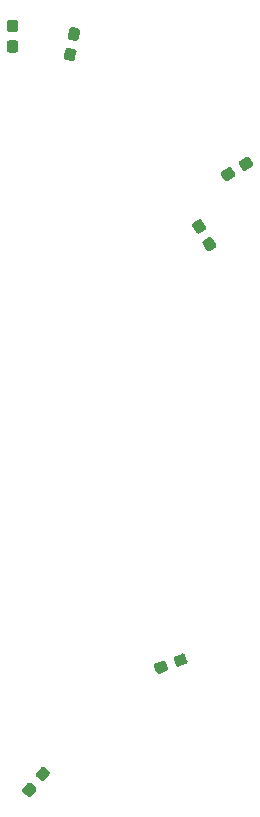
<source format=gbr>
G04 #@! TF.GenerationSoftware,KiCad,Pcbnew,(5.1.2-1)-1*
G04 #@! TF.CreationDate,2022-01-15T17:09:35-05:00*
G04 #@! TF.ProjectId,BF22 Clone,42463232-2043-46c6-9f6e-652e6b696361,rev?*
G04 #@! TF.SameCoordinates,Original*
G04 #@! TF.FileFunction,Paste,Bot*
G04 #@! TF.FilePolarity,Positive*
%FSLAX46Y46*%
G04 Gerber Fmt 4.6, Leading zero omitted, Abs format (unit mm)*
G04 Created by KiCad (PCBNEW (5.1.2-1)-1) date 2022-01-15 17:09:35*
%MOMM*%
%LPD*%
G04 APERTURE LIST*
%ADD10C,0.100000*%
%ADD11C,0.950000*%
G04 APERTURE END LIST*
D10*
G36*
X34460267Y-103972644D02*
G01*
X34483151Y-103977066D01*
X34505491Y-103983710D01*
X34527073Y-103992512D01*
X34547687Y-104003386D01*
X34567137Y-104016229D01*
X34585234Y-104030917D01*
X34601804Y-104047307D01*
X34616688Y-104065243D01*
X34629742Y-104084551D01*
X34640841Y-104105046D01*
X34649878Y-104126530D01*
X34812337Y-104572884D01*
X34819224Y-104595151D01*
X34823896Y-104617985D01*
X34826307Y-104641167D01*
X34826434Y-104664474D01*
X34824276Y-104687681D01*
X34819854Y-104710565D01*
X34813210Y-104732905D01*
X34804408Y-104754486D01*
X34793533Y-104775101D01*
X34780690Y-104794550D01*
X34766003Y-104812647D01*
X34749612Y-104829218D01*
X34731677Y-104844101D01*
X34712368Y-104857156D01*
X34691874Y-104868255D01*
X34670390Y-104877291D01*
X34130067Y-105073953D01*
X34107801Y-105080840D01*
X34084967Y-105085512D01*
X34061784Y-105087923D01*
X34038478Y-105088050D01*
X34015271Y-105085892D01*
X33992387Y-105081470D01*
X33970047Y-105074826D01*
X33948465Y-105066024D01*
X33927851Y-105055150D01*
X33908401Y-105042307D01*
X33890304Y-105027619D01*
X33873734Y-105011229D01*
X33858850Y-104993293D01*
X33845796Y-104973985D01*
X33834697Y-104953490D01*
X33825660Y-104932006D01*
X33663201Y-104485652D01*
X33656314Y-104463385D01*
X33651642Y-104440551D01*
X33649231Y-104417369D01*
X33649104Y-104394062D01*
X33651262Y-104370855D01*
X33655684Y-104347971D01*
X33662328Y-104325631D01*
X33671130Y-104304050D01*
X33682005Y-104283435D01*
X33694848Y-104263986D01*
X33709535Y-104245889D01*
X33725926Y-104229318D01*
X33743861Y-104214435D01*
X33763170Y-104201380D01*
X33783664Y-104190281D01*
X33805148Y-104181245D01*
X34345471Y-103984583D01*
X34367737Y-103977696D01*
X34390571Y-103973024D01*
X34413754Y-103970613D01*
X34437060Y-103970486D01*
X34460267Y-103972644D01*
X34460267Y-103972644D01*
G37*
D11*
X34237769Y-104529268D03*
D10*
G36*
X36104729Y-103374108D02*
G01*
X36127613Y-103378530D01*
X36149953Y-103385174D01*
X36171535Y-103393976D01*
X36192149Y-103404850D01*
X36211599Y-103417693D01*
X36229696Y-103432381D01*
X36246266Y-103448771D01*
X36261150Y-103466707D01*
X36274204Y-103486015D01*
X36285303Y-103506510D01*
X36294340Y-103527994D01*
X36456799Y-103974348D01*
X36463686Y-103996615D01*
X36468358Y-104019449D01*
X36470769Y-104042631D01*
X36470896Y-104065938D01*
X36468738Y-104089145D01*
X36464316Y-104112029D01*
X36457672Y-104134369D01*
X36448870Y-104155950D01*
X36437995Y-104176565D01*
X36425152Y-104196014D01*
X36410465Y-104214111D01*
X36394074Y-104230682D01*
X36376139Y-104245565D01*
X36356830Y-104258620D01*
X36336336Y-104269719D01*
X36314852Y-104278755D01*
X35774529Y-104475417D01*
X35752263Y-104482304D01*
X35729429Y-104486976D01*
X35706246Y-104489387D01*
X35682940Y-104489514D01*
X35659733Y-104487356D01*
X35636849Y-104482934D01*
X35614509Y-104476290D01*
X35592927Y-104467488D01*
X35572313Y-104456614D01*
X35552863Y-104443771D01*
X35534766Y-104429083D01*
X35518196Y-104412693D01*
X35503312Y-104394757D01*
X35490258Y-104375449D01*
X35479159Y-104354954D01*
X35470122Y-104333470D01*
X35307663Y-103887116D01*
X35300776Y-103864849D01*
X35296104Y-103842015D01*
X35293693Y-103818833D01*
X35293566Y-103795526D01*
X35295724Y-103772319D01*
X35300146Y-103749435D01*
X35306790Y-103727095D01*
X35315592Y-103705514D01*
X35326467Y-103684899D01*
X35339310Y-103665450D01*
X35353997Y-103647353D01*
X35370388Y-103630782D01*
X35388323Y-103615899D01*
X35407632Y-103602844D01*
X35428126Y-103591745D01*
X35449610Y-103582709D01*
X35989933Y-103386047D01*
X36012199Y-103379160D01*
X36035033Y-103374488D01*
X36058216Y-103372077D01*
X36081522Y-103371950D01*
X36104729Y-103374108D01*
X36104729Y-103374108D01*
G37*
D11*
X35882231Y-103930732D03*
D10*
G36*
X26686092Y-50367111D02*
G01*
X26709215Y-50370027D01*
X27176999Y-50452510D01*
X27199726Y-50457679D01*
X27221837Y-50465050D01*
X27243119Y-50474553D01*
X27263367Y-50486097D01*
X27282386Y-50499569D01*
X27299992Y-50514841D01*
X27316017Y-50531764D01*
X27330307Y-50550178D01*
X27342722Y-50569903D01*
X27353144Y-50590750D01*
X27361473Y-50612518D01*
X27367628Y-50634998D01*
X27371550Y-50657972D01*
X27373201Y-50681221D01*
X27372566Y-50704519D01*
X27369650Y-50727644D01*
X27269802Y-51293909D01*
X27264633Y-51316635D01*
X27257262Y-51338746D01*
X27247759Y-51360028D01*
X27236215Y-51380276D01*
X27222743Y-51399295D01*
X27207471Y-51416901D01*
X27190547Y-51432927D01*
X27172134Y-51447216D01*
X27152409Y-51459631D01*
X27131562Y-51470054D01*
X27109794Y-51478382D01*
X27087314Y-51484537D01*
X27064340Y-51488459D01*
X27041091Y-51490110D01*
X27017792Y-51489475D01*
X26994669Y-51486559D01*
X26526885Y-51404076D01*
X26504158Y-51398907D01*
X26482047Y-51391536D01*
X26460765Y-51382033D01*
X26440517Y-51370489D01*
X26421498Y-51357017D01*
X26403892Y-51341745D01*
X26387867Y-51324822D01*
X26373577Y-51306408D01*
X26361162Y-51286683D01*
X26350740Y-51265836D01*
X26342411Y-51244068D01*
X26336256Y-51221588D01*
X26332334Y-51198614D01*
X26330683Y-51175365D01*
X26331318Y-51152067D01*
X26334234Y-51128942D01*
X26434082Y-50562677D01*
X26439251Y-50539951D01*
X26446622Y-50517840D01*
X26456125Y-50496558D01*
X26467669Y-50476310D01*
X26481141Y-50457291D01*
X26496413Y-50439685D01*
X26513337Y-50423659D01*
X26531750Y-50409370D01*
X26551475Y-50396955D01*
X26572322Y-50386532D01*
X26594090Y-50378204D01*
X26616570Y-50372049D01*
X26639544Y-50368127D01*
X26662793Y-50366476D01*
X26686092Y-50367111D01*
X26686092Y-50367111D01*
G37*
D11*
X26851942Y-50928293D03*
D10*
G36*
X26382208Y-52090525D02*
G01*
X26405331Y-52093441D01*
X26873115Y-52175924D01*
X26895842Y-52181093D01*
X26917953Y-52188464D01*
X26939235Y-52197967D01*
X26959483Y-52209511D01*
X26978502Y-52222983D01*
X26996108Y-52238255D01*
X27012133Y-52255178D01*
X27026423Y-52273592D01*
X27038838Y-52293317D01*
X27049260Y-52314164D01*
X27057589Y-52335932D01*
X27063744Y-52358412D01*
X27067666Y-52381386D01*
X27069317Y-52404635D01*
X27068682Y-52427933D01*
X27065766Y-52451058D01*
X26965918Y-53017323D01*
X26960749Y-53040049D01*
X26953378Y-53062160D01*
X26943875Y-53083442D01*
X26932331Y-53103690D01*
X26918859Y-53122709D01*
X26903587Y-53140315D01*
X26886663Y-53156341D01*
X26868250Y-53170630D01*
X26848525Y-53183045D01*
X26827678Y-53193468D01*
X26805910Y-53201796D01*
X26783430Y-53207951D01*
X26760456Y-53211873D01*
X26737207Y-53213524D01*
X26713908Y-53212889D01*
X26690785Y-53209973D01*
X26223001Y-53127490D01*
X26200274Y-53122321D01*
X26178163Y-53114950D01*
X26156881Y-53105447D01*
X26136633Y-53093903D01*
X26117614Y-53080431D01*
X26100008Y-53065159D01*
X26083983Y-53048236D01*
X26069693Y-53029822D01*
X26057278Y-53010097D01*
X26046856Y-52989250D01*
X26038527Y-52967482D01*
X26032372Y-52945002D01*
X26028450Y-52922028D01*
X26026799Y-52898779D01*
X26027434Y-52875481D01*
X26030350Y-52852356D01*
X26130198Y-52286091D01*
X26135367Y-52263365D01*
X26142738Y-52241254D01*
X26152241Y-52219972D01*
X26163785Y-52199724D01*
X26177257Y-52180705D01*
X26192529Y-52163099D01*
X26209453Y-52147073D01*
X26227866Y-52132784D01*
X26247591Y-52120369D01*
X26268438Y-52109946D01*
X26290206Y-52101618D01*
X26312686Y-52095463D01*
X26335660Y-52091541D01*
X26358909Y-52089890D01*
X26382208Y-52090525D01*
X26382208Y-52090525D01*
G37*
D11*
X26548058Y-52651707D03*
D10*
G36*
X21900779Y-49701144D02*
G01*
X21923834Y-49704563D01*
X21946443Y-49710227D01*
X21968387Y-49718079D01*
X21989457Y-49728044D01*
X22009448Y-49740026D01*
X22028168Y-49753910D01*
X22045438Y-49769562D01*
X22061090Y-49786832D01*
X22074974Y-49805552D01*
X22086956Y-49825543D01*
X22096921Y-49846613D01*
X22104773Y-49868557D01*
X22110437Y-49891166D01*
X22113856Y-49914221D01*
X22115000Y-49937500D01*
X22115000Y-50512500D01*
X22113856Y-50535779D01*
X22110437Y-50558834D01*
X22104773Y-50581443D01*
X22096921Y-50603387D01*
X22086956Y-50624457D01*
X22074974Y-50644448D01*
X22061090Y-50663168D01*
X22045438Y-50680438D01*
X22028168Y-50696090D01*
X22009448Y-50709974D01*
X21989457Y-50721956D01*
X21968387Y-50731921D01*
X21946443Y-50739773D01*
X21923834Y-50745437D01*
X21900779Y-50748856D01*
X21877500Y-50750000D01*
X21402500Y-50750000D01*
X21379221Y-50748856D01*
X21356166Y-50745437D01*
X21333557Y-50739773D01*
X21311613Y-50731921D01*
X21290543Y-50721956D01*
X21270552Y-50709974D01*
X21251832Y-50696090D01*
X21234562Y-50680438D01*
X21218910Y-50663168D01*
X21205026Y-50644448D01*
X21193044Y-50624457D01*
X21183079Y-50603387D01*
X21175227Y-50581443D01*
X21169563Y-50558834D01*
X21166144Y-50535779D01*
X21165000Y-50512500D01*
X21165000Y-49937500D01*
X21166144Y-49914221D01*
X21169563Y-49891166D01*
X21175227Y-49868557D01*
X21183079Y-49846613D01*
X21193044Y-49825543D01*
X21205026Y-49805552D01*
X21218910Y-49786832D01*
X21234562Y-49769562D01*
X21251832Y-49753910D01*
X21270552Y-49740026D01*
X21290543Y-49728044D01*
X21311613Y-49718079D01*
X21333557Y-49710227D01*
X21356166Y-49704563D01*
X21379221Y-49701144D01*
X21402500Y-49700000D01*
X21877500Y-49700000D01*
X21900779Y-49701144D01*
X21900779Y-49701144D01*
G37*
D11*
X21640000Y-50225000D03*
D10*
G36*
X21900779Y-51451144D02*
G01*
X21923834Y-51454563D01*
X21946443Y-51460227D01*
X21968387Y-51468079D01*
X21989457Y-51478044D01*
X22009448Y-51490026D01*
X22028168Y-51503910D01*
X22045438Y-51519562D01*
X22061090Y-51536832D01*
X22074974Y-51555552D01*
X22086956Y-51575543D01*
X22096921Y-51596613D01*
X22104773Y-51618557D01*
X22110437Y-51641166D01*
X22113856Y-51664221D01*
X22115000Y-51687500D01*
X22115000Y-52262500D01*
X22113856Y-52285779D01*
X22110437Y-52308834D01*
X22104773Y-52331443D01*
X22096921Y-52353387D01*
X22086956Y-52374457D01*
X22074974Y-52394448D01*
X22061090Y-52413168D01*
X22045438Y-52430438D01*
X22028168Y-52446090D01*
X22009448Y-52459974D01*
X21989457Y-52471956D01*
X21968387Y-52481921D01*
X21946443Y-52489773D01*
X21923834Y-52495437D01*
X21900779Y-52498856D01*
X21877500Y-52500000D01*
X21402500Y-52500000D01*
X21379221Y-52498856D01*
X21356166Y-52495437D01*
X21333557Y-52489773D01*
X21311613Y-52481921D01*
X21290543Y-52471956D01*
X21270552Y-52459974D01*
X21251832Y-52446090D01*
X21234562Y-52430438D01*
X21218910Y-52413168D01*
X21205026Y-52394448D01*
X21193044Y-52374457D01*
X21183079Y-52353387D01*
X21175227Y-52331443D01*
X21169563Y-52308834D01*
X21166144Y-52285779D01*
X21165000Y-52262500D01*
X21165000Y-51687500D01*
X21166144Y-51664221D01*
X21169563Y-51641166D01*
X21175227Y-51618557D01*
X21183079Y-51596613D01*
X21193044Y-51575543D01*
X21205026Y-51555552D01*
X21218910Y-51536832D01*
X21234562Y-51519562D01*
X21251832Y-51503910D01*
X21270552Y-51490026D01*
X21290543Y-51478044D01*
X21311613Y-51468079D01*
X21333557Y-51460227D01*
X21356166Y-51454563D01*
X21379221Y-51451144D01*
X21402500Y-51450000D01*
X21877500Y-51450000D01*
X21900779Y-51451144D01*
X21900779Y-51451144D01*
G37*
D11*
X21640000Y-51975000D03*
D10*
G36*
X24231161Y-112960723D02*
G01*
X24254177Y-112964394D01*
X24276723Y-112970303D01*
X24298580Y-112978394D01*
X24319540Y-112988588D01*
X24339399Y-113000788D01*
X24357967Y-113014875D01*
X24721838Y-113320199D01*
X24738936Y-113336039D01*
X24754399Y-113353478D01*
X24768078Y-113372349D01*
X24779841Y-113392470D01*
X24789576Y-113413647D01*
X24797188Y-113435676D01*
X24802604Y-113458345D01*
X24805772Y-113481436D01*
X24806662Y-113504726D01*
X24805264Y-113527991D01*
X24801593Y-113551007D01*
X24795684Y-113573553D01*
X24787593Y-113595410D01*
X24777399Y-113616370D01*
X24765199Y-113636229D01*
X24751112Y-113654797D01*
X24381509Y-114095273D01*
X24365669Y-114112371D01*
X24348230Y-114127834D01*
X24329359Y-114141513D01*
X24309238Y-114153276D01*
X24288062Y-114163011D01*
X24266032Y-114170623D01*
X24243363Y-114176039D01*
X24220273Y-114179207D01*
X24196982Y-114180097D01*
X24173717Y-114178699D01*
X24150701Y-114175028D01*
X24128155Y-114169119D01*
X24106298Y-114161028D01*
X24085338Y-114150834D01*
X24065479Y-114138634D01*
X24046911Y-114124547D01*
X23683040Y-113819223D01*
X23665942Y-113803383D01*
X23650479Y-113785944D01*
X23636800Y-113767073D01*
X23625037Y-113746952D01*
X23615302Y-113725775D01*
X23607690Y-113703746D01*
X23602274Y-113681077D01*
X23599106Y-113657986D01*
X23598216Y-113634696D01*
X23599614Y-113611431D01*
X23603285Y-113588415D01*
X23609194Y-113565869D01*
X23617285Y-113544012D01*
X23627479Y-113523052D01*
X23639679Y-113503193D01*
X23653766Y-113484625D01*
X24023369Y-113044149D01*
X24039209Y-113027051D01*
X24056648Y-113011588D01*
X24075519Y-112997909D01*
X24095640Y-112986146D01*
X24116816Y-112976411D01*
X24138846Y-112968799D01*
X24161515Y-112963383D01*
X24184605Y-112960215D01*
X24207896Y-112959325D01*
X24231161Y-112960723D01*
X24231161Y-112960723D01*
G37*
D11*
X24202439Y-113569711D03*
D10*
G36*
X23106283Y-114301301D02*
G01*
X23129299Y-114304972D01*
X23151845Y-114310881D01*
X23173702Y-114318972D01*
X23194662Y-114329166D01*
X23214521Y-114341366D01*
X23233089Y-114355453D01*
X23596960Y-114660777D01*
X23614058Y-114676617D01*
X23629521Y-114694056D01*
X23643200Y-114712927D01*
X23654963Y-114733048D01*
X23664698Y-114754225D01*
X23672310Y-114776254D01*
X23677726Y-114798923D01*
X23680894Y-114822014D01*
X23681784Y-114845304D01*
X23680386Y-114868569D01*
X23676715Y-114891585D01*
X23670806Y-114914131D01*
X23662715Y-114935988D01*
X23652521Y-114956948D01*
X23640321Y-114976807D01*
X23626234Y-114995375D01*
X23256631Y-115435851D01*
X23240791Y-115452949D01*
X23223352Y-115468412D01*
X23204481Y-115482091D01*
X23184360Y-115493854D01*
X23163184Y-115503589D01*
X23141154Y-115511201D01*
X23118485Y-115516617D01*
X23095395Y-115519785D01*
X23072104Y-115520675D01*
X23048839Y-115519277D01*
X23025823Y-115515606D01*
X23003277Y-115509697D01*
X22981420Y-115501606D01*
X22960460Y-115491412D01*
X22940601Y-115479212D01*
X22922033Y-115465125D01*
X22558162Y-115159801D01*
X22541064Y-115143961D01*
X22525601Y-115126522D01*
X22511922Y-115107651D01*
X22500159Y-115087530D01*
X22490424Y-115066353D01*
X22482812Y-115044324D01*
X22477396Y-115021655D01*
X22474228Y-114998564D01*
X22473338Y-114975274D01*
X22474736Y-114952009D01*
X22478407Y-114928993D01*
X22484316Y-114906447D01*
X22492407Y-114884590D01*
X22502601Y-114863630D01*
X22514801Y-114843771D01*
X22528888Y-114825203D01*
X22898491Y-114384727D01*
X22914331Y-114367629D01*
X22931770Y-114352166D01*
X22950641Y-114338487D01*
X22970762Y-114326724D01*
X22991938Y-114316989D01*
X23013968Y-114309377D01*
X23036637Y-114303961D01*
X23059727Y-114300793D01*
X23083018Y-114299903D01*
X23106283Y-114301301D01*
X23106283Y-114301301D01*
G37*
D11*
X23077561Y-114910289D03*
D10*
G36*
X37519964Y-66607505D02*
G01*
X37543119Y-66610168D01*
X37565901Y-66615089D01*
X37588090Y-66622218D01*
X37609475Y-66631489D01*
X37629847Y-66642810D01*
X37649012Y-66656075D01*
X37666784Y-66671153D01*
X37682993Y-66687901D01*
X37697482Y-66706158D01*
X37710112Y-66725746D01*
X37997612Y-67223710D01*
X38008261Y-67244442D01*
X38016827Y-67266118D01*
X38023227Y-67288529D01*
X38027399Y-67311460D01*
X38029304Y-67334689D01*
X38028923Y-67357993D01*
X38026259Y-67381148D01*
X38021338Y-67403929D01*
X38014209Y-67426119D01*
X38004938Y-67447503D01*
X37993617Y-67467876D01*
X37980352Y-67487041D01*
X37965274Y-67504813D01*
X37948526Y-67521022D01*
X37930270Y-67535511D01*
X37910681Y-67548141D01*
X37499319Y-67785641D01*
X37478587Y-67796290D01*
X37456911Y-67804856D01*
X37434500Y-67811256D01*
X37411569Y-67815428D01*
X37388340Y-67817333D01*
X37365036Y-67816951D01*
X37341881Y-67814288D01*
X37319099Y-67809367D01*
X37296910Y-67802238D01*
X37275525Y-67792967D01*
X37255153Y-67781646D01*
X37235988Y-67768381D01*
X37218216Y-67753303D01*
X37202007Y-67736555D01*
X37187518Y-67718298D01*
X37174888Y-67698710D01*
X36887388Y-67200746D01*
X36876739Y-67180014D01*
X36868173Y-67158338D01*
X36861773Y-67135927D01*
X36857601Y-67112996D01*
X36855696Y-67089767D01*
X36856077Y-67066463D01*
X36858741Y-67043308D01*
X36863662Y-67020527D01*
X36870791Y-66998337D01*
X36880062Y-66976953D01*
X36891383Y-66956580D01*
X36904648Y-66937415D01*
X36919726Y-66919643D01*
X36936474Y-66903434D01*
X36954730Y-66888945D01*
X36974319Y-66876315D01*
X37385681Y-66638815D01*
X37406413Y-66628166D01*
X37428089Y-66619600D01*
X37450500Y-66613200D01*
X37473431Y-66609028D01*
X37496660Y-66607123D01*
X37519964Y-66607505D01*
X37519964Y-66607505D01*
G37*
D11*
X37442500Y-67212228D03*
D10*
G36*
X38394964Y-68123049D02*
G01*
X38418119Y-68125712D01*
X38440901Y-68130633D01*
X38463090Y-68137762D01*
X38484475Y-68147033D01*
X38504847Y-68158354D01*
X38524012Y-68171619D01*
X38541784Y-68186697D01*
X38557993Y-68203445D01*
X38572482Y-68221702D01*
X38585112Y-68241290D01*
X38872612Y-68739254D01*
X38883261Y-68759986D01*
X38891827Y-68781662D01*
X38898227Y-68804073D01*
X38902399Y-68827004D01*
X38904304Y-68850233D01*
X38903923Y-68873537D01*
X38901259Y-68896692D01*
X38896338Y-68919473D01*
X38889209Y-68941663D01*
X38879938Y-68963047D01*
X38868617Y-68983420D01*
X38855352Y-69002585D01*
X38840274Y-69020357D01*
X38823526Y-69036566D01*
X38805270Y-69051055D01*
X38785681Y-69063685D01*
X38374319Y-69301185D01*
X38353587Y-69311834D01*
X38331911Y-69320400D01*
X38309500Y-69326800D01*
X38286569Y-69330972D01*
X38263340Y-69332877D01*
X38240036Y-69332495D01*
X38216881Y-69329832D01*
X38194099Y-69324911D01*
X38171910Y-69317782D01*
X38150525Y-69308511D01*
X38130153Y-69297190D01*
X38110988Y-69283925D01*
X38093216Y-69268847D01*
X38077007Y-69252099D01*
X38062518Y-69233842D01*
X38049888Y-69214254D01*
X37762388Y-68716290D01*
X37751739Y-68695558D01*
X37743173Y-68673882D01*
X37736773Y-68651471D01*
X37732601Y-68628540D01*
X37730696Y-68605311D01*
X37731077Y-68582007D01*
X37733741Y-68558852D01*
X37738662Y-68536071D01*
X37745791Y-68513881D01*
X37755062Y-68492497D01*
X37766383Y-68472124D01*
X37779648Y-68452959D01*
X37794726Y-68435187D01*
X37811474Y-68418978D01*
X37829730Y-68404489D01*
X37849319Y-68391859D01*
X38260681Y-68154359D01*
X38281413Y-68143710D01*
X38303089Y-68135144D01*
X38325500Y-68128744D01*
X38348431Y-68124572D01*
X38371660Y-68122667D01*
X38394964Y-68123049D01*
X38394964Y-68123049D01*
G37*
D11*
X38317500Y-68727772D03*
D10*
G36*
X40047993Y-62201077D02*
G01*
X40071148Y-62203741D01*
X40093929Y-62208662D01*
X40116119Y-62215791D01*
X40137503Y-62225062D01*
X40157876Y-62236383D01*
X40177041Y-62249648D01*
X40194813Y-62264726D01*
X40211022Y-62281474D01*
X40225511Y-62299730D01*
X40238141Y-62319319D01*
X40475641Y-62730681D01*
X40486290Y-62751413D01*
X40494856Y-62773089D01*
X40501256Y-62795500D01*
X40505428Y-62818431D01*
X40507333Y-62841660D01*
X40506951Y-62864964D01*
X40504288Y-62888119D01*
X40499367Y-62910901D01*
X40492238Y-62933090D01*
X40482967Y-62954475D01*
X40471646Y-62974847D01*
X40458381Y-62994012D01*
X40443303Y-63011784D01*
X40426555Y-63027993D01*
X40408298Y-63042482D01*
X40388710Y-63055112D01*
X39890746Y-63342612D01*
X39870014Y-63353261D01*
X39848338Y-63361827D01*
X39825927Y-63368227D01*
X39802996Y-63372399D01*
X39779767Y-63374304D01*
X39756463Y-63373923D01*
X39733308Y-63371259D01*
X39710527Y-63366338D01*
X39688337Y-63359209D01*
X39666953Y-63349938D01*
X39646580Y-63338617D01*
X39627415Y-63325352D01*
X39609643Y-63310274D01*
X39593434Y-63293526D01*
X39578945Y-63275270D01*
X39566315Y-63255681D01*
X39328815Y-62844319D01*
X39318166Y-62823587D01*
X39309600Y-62801911D01*
X39303200Y-62779500D01*
X39299028Y-62756569D01*
X39297123Y-62733340D01*
X39297505Y-62710036D01*
X39300168Y-62686881D01*
X39305089Y-62664099D01*
X39312218Y-62641910D01*
X39321489Y-62620525D01*
X39332810Y-62600153D01*
X39346075Y-62580988D01*
X39361153Y-62563216D01*
X39377901Y-62547007D01*
X39396158Y-62532518D01*
X39415746Y-62519888D01*
X39913710Y-62232388D01*
X39934442Y-62221739D01*
X39956118Y-62213173D01*
X39978529Y-62206773D01*
X40001460Y-62202601D01*
X40024689Y-62200696D01*
X40047993Y-62201077D01*
X40047993Y-62201077D01*
G37*
D11*
X39902228Y-62787500D03*
D10*
G36*
X41563537Y-61326077D02*
G01*
X41586692Y-61328741D01*
X41609473Y-61333662D01*
X41631663Y-61340791D01*
X41653047Y-61350062D01*
X41673420Y-61361383D01*
X41692585Y-61374648D01*
X41710357Y-61389726D01*
X41726566Y-61406474D01*
X41741055Y-61424730D01*
X41753685Y-61444319D01*
X41991185Y-61855681D01*
X42001834Y-61876413D01*
X42010400Y-61898089D01*
X42016800Y-61920500D01*
X42020972Y-61943431D01*
X42022877Y-61966660D01*
X42022495Y-61989964D01*
X42019832Y-62013119D01*
X42014911Y-62035901D01*
X42007782Y-62058090D01*
X41998511Y-62079475D01*
X41987190Y-62099847D01*
X41973925Y-62119012D01*
X41958847Y-62136784D01*
X41942099Y-62152993D01*
X41923842Y-62167482D01*
X41904254Y-62180112D01*
X41406290Y-62467612D01*
X41385558Y-62478261D01*
X41363882Y-62486827D01*
X41341471Y-62493227D01*
X41318540Y-62497399D01*
X41295311Y-62499304D01*
X41272007Y-62498923D01*
X41248852Y-62496259D01*
X41226071Y-62491338D01*
X41203881Y-62484209D01*
X41182497Y-62474938D01*
X41162124Y-62463617D01*
X41142959Y-62450352D01*
X41125187Y-62435274D01*
X41108978Y-62418526D01*
X41094489Y-62400270D01*
X41081859Y-62380681D01*
X40844359Y-61969319D01*
X40833710Y-61948587D01*
X40825144Y-61926911D01*
X40818744Y-61904500D01*
X40814572Y-61881569D01*
X40812667Y-61858340D01*
X40813049Y-61835036D01*
X40815712Y-61811881D01*
X40820633Y-61789099D01*
X40827762Y-61766910D01*
X40837033Y-61745525D01*
X40848354Y-61725153D01*
X40861619Y-61705988D01*
X40876697Y-61688216D01*
X40893445Y-61672007D01*
X40911702Y-61657518D01*
X40931290Y-61644888D01*
X41429254Y-61357388D01*
X41449986Y-61346739D01*
X41471662Y-61338173D01*
X41494073Y-61331773D01*
X41517004Y-61327601D01*
X41540233Y-61325696D01*
X41563537Y-61326077D01*
X41563537Y-61326077D01*
G37*
D11*
X41417772Y-61912500D03*
M02*

</source>
